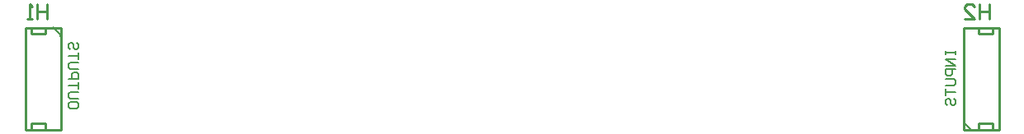
<source format=gbo>
G04*
G04 #@! TF.GenerationSoftware,Altium Limited,Altium Designer,21.8.1 (53)*
G04*
G04 Layer_Color=32896*
%FSLAX25Y25*%
%MOIN*%
G70*
G04*
G04 #@! TF.SameCoordinates,C51AC878-C841-4A90-9CA5-41AFAFBE50B8*
G04*
G04*
G04 #@! TF.FilePolarity,Positive*
G04*
G01*
G75*
%ADD17C,0.00800*%
%ADD62C,0.01000*%
D17*
X640946Y238732D02*
Y239232D01*
Y238732D02*
X643946Y235732D01*
X275823Y273760D02*
Y274260D01*
X272823Y277260D02*
X275823Y274260D01*
X633390Y267704D02*
Y266371D01*
Y267038D01*
X637389D01*
Y267704D01*
Y266371D01*
Y264372D02*
X633390D01*
X637389Y261706D01*
X633390D01*
X637389Y260373D02*
X633390D01*
Y258374D01*
X634057Y257707D01*
X635390D01*
X636056Y258374D01*
Y260373D01*
X633390Y256374D02*
X636723D01*
X637389Y255708D01*
Y254375D01*
X636723Y253709D01*
X633390D01*
Y252376D02*
Y249710D01*
Y251043D01*
X637389D01*
X634057Y245711D02*
X633390Y246377D01*
Y247710D01*
X634057Y248377D01*
X634723D01*
X635390Y247710D01*
Y246377D01*
X636056Y245711D01*
X636723D01*
X637389Y246377D01*
Y247710D01*
X636723Y248377D01*
X282973Y246386D02*
Y245053D01*
X282307Y244386D01*
X279641D01*
X278975Y245053D01*
Y246386D01*
X279641Y247052D01*
X282307D01*
X282973Y246386D01*
Y248385D02*
X279641D01*
X278975Y249051D01*
Y250384D01*
X279641Y251051D01*
X282973D01*
Y252384D02*
Y255049D01*
Y253716D01*
X278975D01*
Y256382D02*
X282973D01*
Y258382D01*
X282307Y259048D01*
X280974D01*
X280308Y258382D01*
Y256382D01*
X282973Y260381D02*
X279641D01*
X278975Y261048D01*
Y262380D01*
X279641Y263047D01*
X282973D01*
Y264380D02*
Y267045D01*
Y265713D01*
X278975D01*
X282307Y271044D02*
X282973Y270378D01*
Y269045D01*
X282307Y268378D01*
X281640D01*
X280974Y269045D01*
Y270378D01*
X280308Y271044D01*
X279641D01*
X278975Y270378D01*
Y269045D01*
X279641Y268378D01*
D62*
X646927Y274724D02*
Y277165D01*
Y274724D02*
X652521D01*
Y277165D01*
X652521Y235827D02*
Y238268D01*
X646927D02*
X652521D01*
X646927Y235827D02*
Y238268D01*
X640785Y235827D02*
X654958D01*
X640785D02*
Y277165D01*
X654958D01*
Y235906D02*
Y277165D01*
X269843Y235827D02*
Y238268D01*
X264248D02*
X269843D01*
X264248Y235827D02*
Y238268D01*
X264248Y274724D02*
Y277165D01*
Y274724D02*
X269843D01*
Y277165D01*
X261811D02*
X275984D01*
Y235827D02*
Y277165D01*
X261811Y235827D02*
X275984D01*
X261811D02*
Y277086D01*
X651250Y286698D02*
Y280700D01*
Y283699D01*
X647252D01*
Y286698D01*
Y280700D01*
X641254D02*
X645252D01*
X641254Y284699D01*
Y285698D01*
X642253Y286698D01*
X644253D01*
X645252Y285698D01*
X270350Y286698D02*
Y280700D01*
Y283699D01*
X266351D01*
Y286698D01*
Y280700D01*
X264352D02*
X262352D01*
X263352D01*
Y286698D01*
X264352Y285698D01*
M02*

</source>
